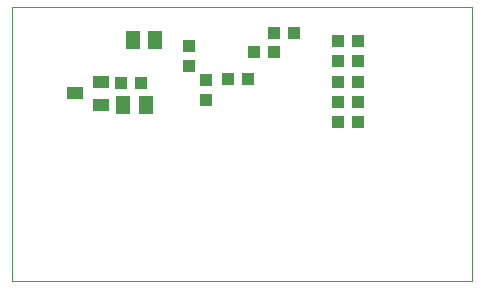
<source format=gbp>
G75*
%MOIN*%
%OFA0B0*%
%FSLAX24Y24*%
%IPPOS*%
%LPD*%
%AMOC8*
5,1,8,0,0,1.08239X$1,22.5*
%
%ADD10C,0.0000*%
%ADD11R,0.0433X0.0394*%
%ADD12R,0.0394X0.0433*%
%ADD13R,0.0512X0.0591*%
%ADD14R,0.0551X0.0394*%
D10*
X000542Y000150D02*
X000542Y009284D01*
X015896Y009284D01*
X015896Y000150D01*
X000542Y000150D01*
D11*
X006447Y007335D03*
X006447Y008004D03*
D12*
X007038Y006863D03*
X007766Y006882D03*
X008435Y006882D03*
X007038Y006193D03*
X004853Y006764D03*
X004184Y006764D03*
X008632Y007788D03*
X009302Y007788D03*
X009302Y008418D03*
X009971Y008418D03*
X011428Y008142D03*
X012097Y008142D03*
X012097Y007473D03*
X011428Y007473D03*
X011428Y006804D03*
X012097Y006804D03*
X012097Y006134D03*
X011428Y006134D03*
X011428Y005465D03*
X012097Y005465D03*
D13*
X005325Y008181D03*
X004577Y008181D03*
X004262Y006016D03*
X005010Y006016D03*
D14*
X003534Y006036D03*
X002668Y006410D03*
X003534Y006784D03*
M02*

</source>
